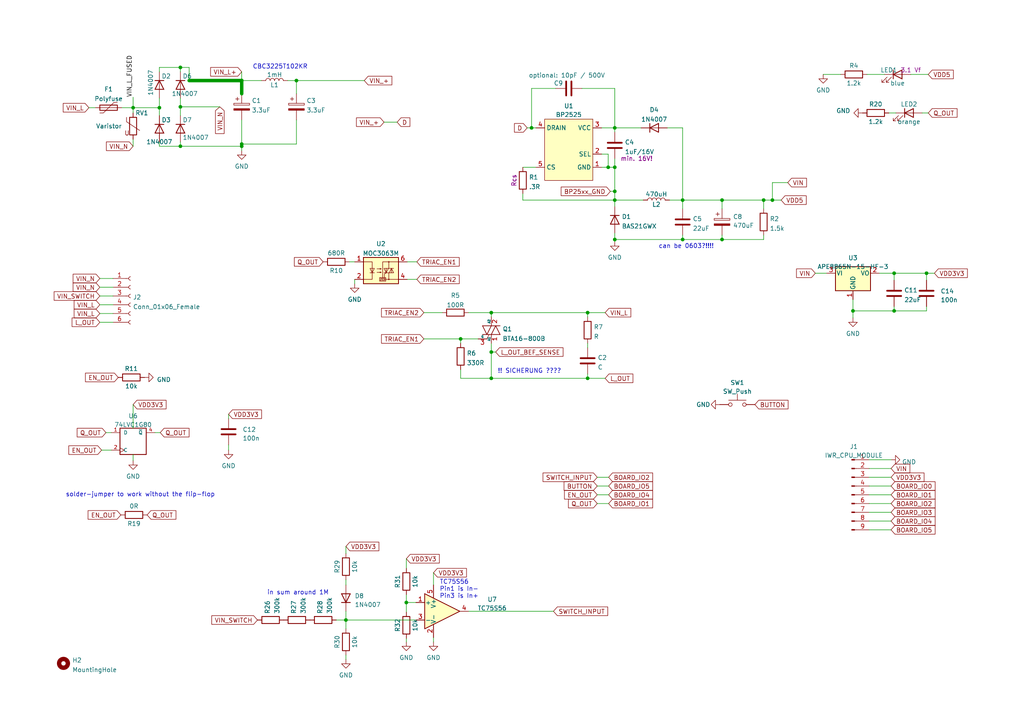
<source format=kicad_sch>
(kicad_sch (version 20220622) (generator eeschema)
  (paper "A4")
  (lib_symbols
    (symbol "74xGxx:74LVC1G80" (pin_names (offset 1.016))
      (property "Reference" "U" (at -2.54 5.08 0))
      (property "Value" "74LVC1G80" (at 0 -5.08 0))
      (symbol "74LVC1G80_1_1"
        (pin input line (at -6.35 2.54 0) (length 2.54) (name "D") (number "1"))
        (pin input clock (at -6.35 -2.54 0) (length 2.54) (name "C") (number "2"))
        (pin power_in line (at 0 -3.81 270) (length 0) hide (name "GND") (number "3"))
        (pin output line (at 6.35 2.54 180) (length 2.54) (name "~{Q}") (number "4"))
        (pin power_in line (at 0 3.81 90) (length 0) hide (name "VCC") (number "5"))
      )
    )
    (symbol "Amplifier_Operational:MCP6L01Ux-xOT" (pin_names (offset 0.127))
      (property "Reference" "U" (at 0 7.62 0))
      (property "Value" "MCP6L01Ux-xOT" (at 0 5.08 0))
      (symbol "MCP6L01Ux-xOT_1_1"
        (pin input line (at -7.62 2.54 0) (length 2.54) (name "+") (number "1"))
        (pin power_in line (at -2.54 -7.62 90) (length 3.81) (name "V-") (number "2"))
        (pin input line (at -7.62 -2.54 0) (length 2.54) (name "-") (number "3"))
        (pin output line (at 7.62 0 180) (length 2.54) (name "~") (number "4"))
        (pin power_in line (at -2.54 7.62 270) (length 3.81) (name "V+") (number "5"))
      )
    )
    (symbol "Connector:Conn_01x06_Female" (pin_names (offset 1.016) hide)
      (property "Reference" "J" (at 0 7.62 0))
      (property "Value" "Conn_01x06_Female" (at 0 -10.16 0))
      (symbol "Conn_01x06_Female_1_1"
        (pin passive line (at -5.08 5.08 0) (length 3.81) (name "Pin_1") (number "1"))
        (pin passive line (at -5.08 2.54 0) (length 3.81) (name "Pin_2") (number "2"))
        (pin passive line (at -5.08 0 0) (length 3.81) (name "Pin_3") (number "3"))
        (pin passive line (at -5.08 -2.54 0) (length 3.81) (name "Pin_4") (number "4"))
        (pin passive line (at -5.08 -5.08 0) (length 3.81) (name "Pin_5") (number "5"))
        (pin passive line (at -5.08 -7.62 0) (length 3.81) (name "Pin_6") (number "6"))
      )
    )
    (symbol "Connector:Conn_01x09_Male" (pin_names (offset 1.016) hide)
      (property "Reference" "J" (at 0 12.7 0))
      (property "Value" "Conn_01x09_Male" (at 0 -12.7 0))
      (symbol "Conn_01x09_Male_1_1"
        (pin passive line (at 5.08 10.16 180) (length 3.81) (name "Pin_1") (number "1"))
        (pin passive line (at 5.08 7.62 180) (length 3.81) (name "Pin_2") (number "2"))
        (pin passive line (at 5.08 5.08 180) (length 3.81) (name "Pin_3") (number "3"))
        (pin passive line (at 5.08 2.54 180) (length 3.81) (name "Pin_4") (number "4"))
        (pin passive line (at 5.08 0 180) (length 3.81) (name "Pin_5") (number "5"))
        (pin passive line (at 5.08 -2.54 180) (length 3.81) (name "Pin_6") (number "6"))
        (pin passive line (at 5.08 -5.08 180) (length 3.81) (name "Pin_7") (number "7"))
        (pin passive line (at 5.08 -7.62 180) (length 3.81) (name "Pin_8") (number "8"))
        (pin passive line (at 5.08 -10.16 180) (length 3.81) (name "Pin_9") (number "9"))
      )
    )
    (symbol "Device:C" (pin_numbers hide) (pin_names (offset 0.254))
      (property "Reference" "C" (at 0.635 2.54 0))
      (property "Value" "C" (at 0.635 -2.54 0))
      (symbol "C_1_1"
        (pin passive line (at 0 3.81 270) (length 2.794) (name "~") (number "1"))
        (pin passive line (at 0 -3.81 90) (length 2.794) (name "~") (number "2"))
      )
    )
    (symbol "Device:C_Polarized" (pin_numbers hide) (pin_names (offset 0.254))
      (property "Reference" "C" (at 0.635 2.54 0))
      (property "Value" "C_Polarized" (at 0.635 -2.54 0))
      (symbol "C_Polarized_1_1"
        (pin passive line (at 0 3.81 270) (length 2.794) (name "~") (number "1"))
        (pin passive line (at 0 -3.81 90) (length 2.794) (name "~") (number "2"))
      )
    )
    (symbol "Device:D" (pin_numbers hide) (pin_names (offset 1.016) hide)
      (property "Reference" "D" (at 0 2.54 0))
      (property "Value" "D" (at 0 -2.54 0))
      (symbol "D_1_1"
        (pin passive line (at -3.81 0 0) (length 2.54) (name "K") (number "1"))
        (pin passive line (at 3.81 0 180) (length 2.54) (name "A") (number "2"))
      )
    )
    (symbol "Device:L" (pin_numbers hide) (pin_names (offset 1.016) hide)
      (property "Reference" "L" (at -1.27 0 90))
      (property "Value" "L" (at 1.905 0 90))
      (symbol "L_1_1"
        (pin passive line (at 0 3.81 270) (length 1.27) (name "1") (number "1"))
        (pin passive line (at 0 -3.81 90) (length 1.27) (name "2") (number "2"))
      )
    )
    (symbol "Device:LED" (pin_numbers hide) (pin_names (offset 1.016) hide)
      (property "Reference" "D" (at 0 2.54 0))
      (property "Value" "LED" (at 0 -2.54 0))
      (symbol "LED_1_1"
        (pin passive line (at -3.81 0 0) (length 2.54) (name "K") (number "1"))
        (pin passive line (at 3.81 0 180) (length 2.54) (name "A") (number "2"))
      )
    )
    (symbol "Device:Polyfuse" (pin_numbers hide) (pin_names (offset 0))
      (property "Reference" "F" (at -2.54 0 90))
      (property "Value" "Polyfuse" (at 2.54 0 90))
      (symbol "Polyfuse_1_1"
        (pin passive line (at 0 3.81 270) (length 1.27) (name "~") (number "1"))
        (pin passive line (at 0 -3.81 90) (length 1.27) (name "~") (number "2"))
      )
    )
    (symbol "Device:R" (pin_numbers hide) (pin_names (offset 0))
      (property "Reference" "R" (at 2.032 0 90))
      (property "Value" "R" (at 0 0 90))
      (symbol "R_1_1"
        (pin passive line (at 0 3.81 270) (length 1.27) (name "~") (number "1"))
        (pin passive line (at 0 -3.81 90) (length 1.27) (name "~") (number "2"))
      )
    )
    (symbol "Device:Varistor" (pin_numbers hide) (pin_names (offset 0))
      (property "Reference" "RV" (at 3.175 0 90))
      (property "Value" "Varistor" (at -3.175 0 90))
      (symbol "Varistor_0_0"
        (text "U" (at -1.778 -2.032 0) (effects (font (size 1.27 1.27))))
      )
      (symbol "Varistor_1_1"
        (pin passive line (at 0 3.81 270) (length 1.27) (name "~") (number "1"))
        (pin passive line (at 0 -3.81 90) (length 1.27) (name "~") (number "2"))
      )
    )
    (symbol "Diode:1N4007" (pin_numbers hide) (pin_names (offset 1.016) hide)
      (property "Reference" "D" (at 0 2.54 0))
      (property "Value" "1N4007" (at 0 -2.54 0))
      (symbol "1N4007_1_1"
        (pin passive line (at -3.81 0 0) (length 2.54) (name "K") (number "1"))
        (pin passive line (at 3.81 0 180) (length 2.54) (name "A") (number "2"))
      )
    )
    (symbol "Mechanical:MountingHole" (pin_names (offset 1.016))
      (property "Reference" "H" (at 0 5.08 0))
      (property "Value" "MountingHole" (at 0 3.175 0))
    )
    (symbol "Regulator_Linear:APE8865N-15-HF-3" (pin_names (offset 0.254))
      (property "Reference" "U" (at -3.81 3.175 0))
      (property "Value" "APE8865N-15-HF-3" (at 0 3.175 0))
      (symbol "APE8865N-15-HF-3_1_1"
        (pin power_in line (at 0 -7.62 90) (length 2.54) (name "GND") (number "1"))
        (pin power_out line (at 7.62 0 180) (length 2.54) (name "VO") (number "2"))
        (pin power_in line (at -7.62 0 0) (length 2.54) (name "VI") (number "3"))
      )
    )
    (symbol "Relay_SolidState:MOC3063M"
      (property "Reference" "U" (at -5.08 5.08 0))
      (property "Value" "MOC3063M" (at 0 5.08 0))
      (symbol "MOC3063M_0_0"
        (text "ZCD" (at 0.508 -2.54 0) (effects (font (size 0.508 0.508))))
      )
      (symbol "MOC3063M_1_1"
        (pin passive line (at -7.62 2.54 0) (length 2.54) (name "~") (number "1"))
        (pin passive line (at -7.62 -2.54 0) (length 2.54) (name "~") (number "2"))
        (pin no_connect line (at -5.08 0 0) (length 2.54) hide (name "NC") (number "3"))
        (pin passive line (at 7.62 -2.54 180) (length 2.54) (name "~") (number "4"))
        (pin no_connect line (at 5.08 0 180) (length 2.54) hide (name "NC") (number "5"))
        (pin passive line (at 7.62 2.54 180) (length 2.54) (name "~") (number "6"))
      )
    )
    (symbol "Sensor:BL0937"
      (property "Reference" "U" (at 2.54 -10.16 0))
      (property "Value" "BL0937" (at 5.08 -7.62 0))
      (symbol "BL0937_1_1"
        (pin power_in line (at 0 7.62 270) (length 2.54) (name "VDD") (number "1"))
        (pin input line (at -10.16 2.54 0) (length 2.54) (name "IP") (number "2"))
        (pin input line (at -10.16 0 0) (length 2.54) (name "IN") (number "3"))
        (pin input line (at -10.16 -2.54 0) (length 2.54) (name "VP") (number "4"))
        (pin power_in line (at 0 -7.62 90) (length 2.54) (name "GND") (number "5"))
        (pin output line (at 10.16 2.54 180) (length 2.54) (name "CF") (number "6"))
        (pin output line (at 10.16 0 180) (length 2.54) (name "CF1") (number "7"))
        (pin input line (at 10.16 -2.54 180) (length 2.54) (name "SEL") (number "8"))
      )
    )
    (symbol "Switch:SW_Push" (pin_numbers hide) (pin_names (offset 1.016) hide)
      (property "Reference" "SW" (at 1.27 2.54 0))
      (property "Value" "SW_Push" (at 0 -1.524 0))
      (symbol "SW_Push_0_1"
        (pin passive line (at -5.08 0 0) (length 2.54) (name "1") (number "1"))
        (pin passive line (at 5.08 0 180) (length 2.54) (name "2") (number "2"))
      )
    )
    (symbol "Triac_Thyristor:BTA16-800B" (pin_names (offset 0))
      (property "Reference" "Q" (at 5.08 1.905 0))
      (property "Value" "BTA16-800B" (at 5.08 0 0))
      (symbol "BTA16-800B_1_1"
        (pin passive line (at 0 -3.81 90) (length 2.54) (name "A1") (number "1"))
        (pin passive line (at 0 3.81 270) (length 2.54) (name "A2") (number "2"))
        (pin input line (at -3.81 -2.54 0) (length 2.54) (name "G") (number "3"))
      )
    )
    (symbol "my-stuff:BP2525"
      (property "Reference" "U" (at 3.81 5.08 0))
      (property "Value" "BP2525" (at 10.16 2.54 0))
      (symbol "BP2525_1_1"
        (pin power_in line (at 0 0 0) (length 2.54) (name "GND") (number "1"))
        (pin input line (at 0 -3.81 0) (length 2.54) (name "SEL") (number "2"))
        (pin power_in line (at 0 -11.43 0) (length 2.54) (name "VCC") (number "3"))
        (pin power_in line (at 19.05 -11.43 180) (length 2.54) (name "DRAIN") (number "4"))
        (pin power_in line (at 19.05 0 180) (length 2.54) (name "CS") (number "5"))
      )
    )
    (symbol "power:GND" (power) (pin_names (offset 0))
      (property "Value" "GND" (at 0 -3.81 0))
      (symbol "GND_1_1"
        (pin power_in line (at 0 0 270) (length 0) hide (name "GND") (number "1"))
      )
    )
  )
  (junction (at 197.993 58.039))
  (junction (at 52.324 19.558))
  (junction (at 224.028 58.039))
  (junction (at 52.324 30.988))
  (junction (at 247.396 90.17))
  (junction (at 259.334 79.248))
  (junction (at 100.33 179.832))
  (junction (at 209.423 69.469))
  (junction (at 38.608 31.242))
  (junction (at 197.993 69.469))
  (junction (at 170.434 109.728))
  (junction (at 85.979 23.368))
  (junction (at 259.334 90.17))
  (junction (at 142.494 102.108))
  (junction (at 209.423 58.039))
  (junction (at 114.046 253.746))
  (junction (at 70.104 23.368))
  (junction (at 142.494 90.678))
  (junction (at 268.732 79.248))
  (junction (at 110.236 263.906))
  (junction (at 117.856 174.752))
  (junction (at 178.308 58.039))
  (junction (at 198.882 250.19))
  (junction (at 70.104 41.783))
  (junction (at 178.562 250.19))
  (junction (at 176.403 48.514))
  (junction (at 170.434 90.678))
  (junction (at 52.324 42.418))
  (junction (at 70.104 42.418))
  (junction (at 142.494 109.728))
  (junction (at 178.308 69.469))
  (junction (at 107.696 253.746))
  (junction (at 188.722 250.19))
  (junction (at 178.308 48.514))
  (junction (at 178.308 37.084))
  (junction (at 221.488 58.039))
  (junction (at 133.604 98.298))
  (junction (at 178.308 55.499))
  (junction (at 46.228 31.242))
  (junction (at 154.178 37.084))
  (wire (pts (xy 187.452 250.19) (xy 188.722 250.19)))
  (wire (pts (xy 46.228 20.828) (xy 46.228 19.558)))
  (wire (pts (xy 52.324 41.148) (xy 52.324 42.418)))
  (wire (pts (xy 168.783 25.654) (xy 178.308 25.654)))
  (wire (pts (xy 107.696 263.906) (xy 110.236 263.906)))
  (wire (pts (xy 70.104 34.798) (xy 70.104 41.783)))
  (wire (pts (xy 178.562 250.19) (xy 179.832 250.19)))
  (wire (pts (xy 117.856 174.752) (xy 117.856 177.546)))
  (wire (pts (xy 46.228 41.148) (xy 46.228 42.418)))
  (wire (pts (xy 122.936 90.678) (xy 128.27 90.678)))
  (wire (pts (xy 46.228 19.558) (xy 52.324 19.558)))
  (wire (pts (xy 38.608 40.386) (xy 38.608 42.418)))
  (wire (pts (xy 25.781 31.242) (xy 27.686 31.242)))
  (wire (pts (xy 123.952 239.014) (xy 123.952 240.538)))
  (wire (pts (xy 52.324 19.558) (xy 54.864 19.558)))
  (wire (pts (xy 70.104 23.368) (xy 70.104 27.178)) (stroke (width 1)))
  (wire (pts (xy 107.696 253.746) (xy 107.696 255.016)))
  (wire (pts (xy 122.936 251.206) (xy 125.476 251.206)))
  (wire (pts (xy 85.979 41.783) (xy 70.104 41.783)))
  (wire (pts (xy 174.498 48.514) (xy 176.403 48.514)))
  (wire (pts (xy 142.494 109.728) (xy 170.434 109.728)))
  (wire (pts (xy 30.734 125.476) (xy 32.258 125.476)))
  (wire (pts (xy 54.864 19.558) (xy 54.864 23.368)))
  (wire (pts (xy 178.308 58.039) (xy 186.563 58.039)))
  (wire (pts (xy 170.434 90.678) (xy 170.434 91.948)))
  (wire (pts (xy 178.308 25.654) (xy 178.308 37.084)))
  (wire (pts (xy 197.993 58.039) (xy 209.423 58.039)))
  (wire (pts (xy 38.608 31.242) (xy 46.228 31.242)))
  (wire (pts (xy 178.308 48.514) (xy 178.308 55.499)))
  (wire (pts (xy 177.038 55.499) (xy 178.308 55.499)))
  (wire (pts (xy 238.76 21.59) (xy 243.84 21.59)))
  (wire (pts (xy 252.095 133.35) (xy 258.445 133.35)))
  (wire (pts (xy 197.993 58.039) (xy 197.993 60.579)))
  (wire (pts (xy 188.722 250.19) (xy 189.992 250.19)))
  (wire (pts (xy 44.958 125.476) (xy 46.482 125.476)))
  (wire (pts (xy 120.65 174.752) (xy 117.856 174.752)))
  (wire (pts (xy 252.095 151.13) (xy 258.445 151.13)))
  (wire (pts (xy 178.308 69.469) (xy 197.993 69.469)))
  (wire (pts (xy 145.796 251.206) (xy 148.336 251.206)))
  (wire (pts (xy 117.856 162.052) (xy 117.856 164.846)))
  (wire (pts (xy 52.324 30.988) (xy 52.324 33.528)))
  (wire (pts (xy 46.228 42.418) (xy 52.324 42.418)))
  (wire (pts (xy 173.228 146.05) (xy 176.53 146.05)))
  (wire (pts (xy 268.732 79.248) (xy 268.732 81.28)))
  (wire (pts (xy 251.46 21.59) (xy 256.54 21.59)))
  (wire (pts (xy 38.608 131.826) (xy 38.608 133.604)))
  (wire (pts (xy 100.33 189.992) (xy 100.33 191.262)))
  (wire (pts (xy 123.952 230.124) (xy 123.952 231.394)))
  (wire (pts (xy 259.334 90.17) (xy 247.396 90.17)))
  (wire (pts (xy 117.856 185.166) (xy 117.856 186.182)))
  (wire (pts (xy 247.396 90.17) (xy 247.396 92.202)))
  (wire (pts (xy 83.439 23.368) (xy 85.979 23.368)))
  (wire (pts (xy 170.434 99.568) (xy 170.434 100.838)))
  (wire (pts (xy 255.016 79.248) (xy 259.334 79.248)))
  (wire (pts (xy 224.028 58.039) (xy 226.568 58.039)))
  (wire (pts (xy 178.308 37.084) (xy 178.308 38.354)))
  (wire (pts (xy 151.638 58.039) (xy 151.638 56.134)))
  (wire (pts (xy 252.095 148.59) (xy 258.445 148.59)))
  (wire (pts (xy 120.65 179.832) (xy 100.33 179.832)))
  (wire (pts (xy 269.24 32.766) (xy 267.462 32.766)))
  (wire (pts (xy 110.236 263.906) (xy 110.236 265.176)))
  (wire (pts (xy 114.046 262.636) (xy 114.046 263.906)))
  (wire (pts (xy 197.993 37.084) (xy 197.993 58.039)))
  (wire (pts (xy 259.334 79.248) (xy 268.732 79.248)))
  (wire (pts (xy 117.856 172.466) (xy 117.856 174.752)))
  (wire (pts (xy 221.488 60.579) (xy 221.488 58.039)))
  (wire (pts (xy 209.423 68.199) (xy 209.423 69.469)))
  (wire (pts (xy 178.562 245.11) (xy 182.372 245.11)))
  (wire (pts (xy 28.956 93.472) (xy 32.766 93.472)))
  (wire (pts (xy 28.956 83.312) (xy 32.766 83.312)))
  (wire (pts (xy 259.334 90.17) (xy 268.732 90.17)))
  (wire (pts (xy 209.423 69.469) (xy 221.488 69.469)))
  (wire (pts (xy 38.608 31.242) (xy 38.608 28.194)))
  (wire (pts (xy 52.324 28.448) (xy 52.324 30.988)))
  (wire (pts (xy 173.228 138.43) (xy 176.53 138.43)))
  (wire (pts (xy 100.33 177.292) (xy 100.33 179.832)))
  (wire (pts (xy 114.046 253.746) (xy 125.476 253.746)))
  (wire (pts (xy 133.604 107.188) (xy 133.604 109.728)))
  (wire (pts (xy 178.562 250.19) (xy 178.562 251.46)))
  (wire (pts (xy 107.696 253.746) (xy 114.046 253.746)))
  (wire (pts (xy 193.548 37.084) (xy 197.993 37.084)))
  (wire (pts (xy 54.864 23.368) (xy 70.104 23.368)) (stroke (width 1)))
  (wire (pts (xy 259.334 88.9) (xy 259.334 90.17)))
  (wire (pts (xy 197.993 69.469) (xy 209.423 69.469)))
  (wire (pts (xy 100.33 168.148) (xy 100.33 169.672)))
  (wire (pts (xy 66.294 129.032) (xy 66.294 130.556)))
  (wire (pts (xy 28.956 80.772) (xy 32.766 80.772)))
  (wire (pts (xy 198.882 250.19) (xy 198.882 251.46)))
  (wire (pts (xy 118.11 75.946) (xy 120.904 75.946)))
  (wire (pts (xy 174.498 37.084) (xy 178.308 37.084)))
  (wire (pts (xy 188.722 250.19) (xy 188.722 252.73)))
  (wire (pts (xy 228.473 52.959) (xy 224.028 52.959)))
  (wire (pts (xy 209.423 58.039) (xy 221.488 58.039)))
  (wire (pts (xy 259.334 81.28) (xy 259.334 79.248)))
  (wire (pts (xy 122.936 98.298) (xy 133.604 98.298)))
  (wire (pts (xy 114.046 253.746) (xy 114.046 255.016)))
  (wire (pts (xy 252.095 135.89) (xy 258.445 135.89)))
  (wire (pts (xy 135.89 90.678) (xy 142.494 90.678)))
  (wire (pts (xy 111.379 35.433) (xy 115.189 35.433)))
  (wire (pts (xy 142.494 90.678) (xy 170.434 90.678)))
  (wire (pts (xy 133.604 98.298) (xy 138.684 98.298)))
  (wire (pts (xy 145.796 253.746) (xy 148.336 253.746)))
  (wire (pts (xy 97.536 179.832) (xy 100.33 179.832)))
  (wire (pts (xy 133.604 98.298) (xy 133.604 99.568)))
  (wire (pts (xy 178.308 45.974) (xy 178.308 48.514)))
  (wire (pts (xy 154.178 37.084) (xy 155.448 37.084)))
  (wire (pts (xy 70.104 42.418) (xy 70.104 43.688)))
  (wire (pts (xy 118.11 81.026) (xy 120.904 81.026)))
  (wire (pts (xy 198.882 250.19) (xy 198.882 245.11)))
  (wire (pts (xy 102.87 81.026) (xy 102.87 82.296)))
  (wire (pts (xy 174.498 44.704) (xy 176.403 44.704)))
  (wire (pts (xy 252.095 138.43) (xy 258.445 138.43)))
  (wire (pts (xy 252.095 143.51) (xy 258.445 143.51)))
  (wire (pts (xy 178.308 58.039) (xy 151.638 58.039)))
  (wire (pts (xy 100.33 158.496) (xy 100.33 160.528)))
  (wire (pts (xy 173.228 140.97) (xy 176.53 140.97)))
  (wire (pts (xy 46.228 28.448) (xy 46.228 31.242)))
  (wire (pts (xy 38.608 117.348) (xy 38.608 124.206)))
  (wire (pts (xy 236.474 79.248) (xy 239.776 79.248)))
  (wire (pts (xy 63.754 30.988) (xy 52.324 30.988)))
  (wire (pts (xy 107.696 262.636) (xy 107.696 263.906)))
  (wire (pts (xy 85.979 23.368) (xy 105.664 23.368)))
  (wire (pts (xy 247.396 90.17) (xy 247.396 86.868)))
  (wire (pts (xy 66.294 120.142) (xy 66.294 121.412)))
  (wire (pts (xy 28.956 90.932) (xy 32.766 90.932)))
  (wire (pts (xy 35.306 31.242) (xy 38.608 31.242)))
  (wire (pts (xy 173.228 143.51) (xy 176.53 143.51)))
  (wire (pts (xy 28.956 85.852) (xy 32.766 85.852)))
  (wire (pts (xy 268.732 79.248) (xy 271.018 79.248)))
  (wire (pts (xy 221.488 58.039) (xy 224.028 58.039)))
  (wire (pts (xy 194.183 58.039) (xy 197.993 58.039)))
  (wire (pts (xy 170.434 108.458) (xy 170.434 109.728)))
  (wire (pts (xy 178.308 67.564) (xy 178.308 69.469)))
  (wire (pts (xy 38.608 31.242) (xy 38.608 32.766)))
  (wire (pts (xy 252.095 146.05) (xy 258.445 146.05)))
  (wire (pts (xy 70.104 41.783) (xy 70.104 42.418)))
  (wire (pts (xy 264.16 21.59) (xy 269.24 21.59)))
  (wire (pts (xy 125.73 184.912) (xy 125.73 186.182)))
  (wire (pts (xy 142.494 102.108) (xy 142.494 109.728)))
  (wire (pts (xy 52.324 42.418) (xy 70.104 42.418)))
  (wire (pts (xy 151.638 48.514) (xy 155.448 48.514)))
  (wire (pts (xy 221.488 68.199) (xy 221.488 69.469)))
  (wire (pts (xy 70.104 20.828) (xy 70.104 23.368)))
  (wire (pts (xy 145.796 248.666) (xy 148.336 248.666)))
  (wire (pts (xy 176.403 48.514) (xy 178.308 48.514)))
  (wire (pts (xy 125.73 166.116) (xy 125.73 169.672)))
  (wire (pts (xy 176.403 44.704) (xy 176.403 48.514)))
  (wire (pts (xy 152.908 37.084) (xy 154.178 37.084)))
  (wire (pts (xy 197.993 68.199) (xy 197.993 69.469)))
  (wire (pts (xy 100.838 253.746) (xy 107.696 253.746)))
  (wire (pts (xy 154.178 25.654) (xy 154.178 37.084)))
  (wire (pts (xy 178.308 69.469) (xy 178.308 70.104)))
  (wire (pts (xy 268.732 88.9) (xy 268.732 90.17)))
  (wire (pts (xy 85.979 34.798) (xy 85.979 41.783)))
  (wire (pts (xy 178.308 37.084) (xy 185.928 37.084)))
  (wire (pts (xy 52.324 20.828) (xy 52.324 19.558)))
  (wire (pts (xy 161.163 25.654) (xy 154.178 25.654)))
  (wire (pts (xy 133.604 109.728) (xy 142.494 109.728)))
  (wire (pts (xy 209.423 60.579) (xy 209.423 58.039)))
  (wire (pts (xy 135.636 258.826) (xy 135.636 260.096)))
  (wire (pts (xy 85.979 23.368) (xy 85.979 27.178)))
  (wire (pts (xy 142.494 90.678) (xy 142.494 91.948)))
  (wire (pts (xy 178.308 55.499) (xy 178.308 58.039)))
  (wire (pts (xy 259.842 32.766) (xy 257.81 32.766)))
  (wire (pts (xy 29.464 130.556) (xy 32.258 130.556)))
  (wire (pts (xy 110.236 263.906) (xy 114.046 263.906)))
  (wire (pts (xy 170.434 109.728) (xy 175.514 109.728)))
  (wire (pts (xy 178.562 245.11) (xy 178.562 250.19)))
  (wire (pts (xy 178.308 58.039) (xy 178.308 59.944)))
  (wire (pts (xy 135.636 238.506) (xy 135.636 243.586)))
  (wire (pts (xy 142.494 102.108) (xy 143.764 102.108)))
  (wire (pts (xy 135.89 177.292) (xy 160.528 177.292)))
  (wire (pts (xy 142.494 99.568) (xy 142.494 102.108)))
  (wire (pts (xy 70.104 23.368) (xy 75.819 23.368)))
  (wire (pts (xy 252.095 140.97) (xy 258.445 140.97)))
  (wire (pts (xy 46.228 31.242) (xy 46.228 33.528)))
  (wire (pts (xy 100.33 179.832) (xy 100.33 182.372)))
  (wire (pts (xy 197.612 250.19) (xy 198.882 250.19)))
  (wire (pts (xy 170.434 90.678) (xy 175.514 90.678)))
  (wire (pts (xy 28.956 88.392) (xy 32.766 88.392)))
  (wire (pts (xy 198.882 245.11) (xy 195.072 245.11)))
  (wire (pts (xy 252.095 153.67) (xy 258.445 153.67)))
  (wire (pts (xy 101.346 75.946) (xy 102.87 75.946)))
  (wire (pts (xy 122.936 248.666) (xy 125.476 248.666)))
  (wire (pts (xy 224.028 52.959) (xy 224.028 58.039)))
  (text "TC75S56\nPin1 is In-\nPin3 is In+" (at 127.508 173.736 0) (effects (font (size 1.27 1.27)) (justify left bottom)))
  (text "!! SICHERUNG ????" (at 162.814 108.458 0) (effects (font (size 1.27 1.27)) (justify right bottom)))
  (text "CBC3225T102KR" (at 73.279 20.193 0) (effects (font (size 1.27 1.27)) (justify left bottom)))
  (text "can be 0603?!!!!\n" (at 191.008 72.263 0) (effects (font (size 1.27 1.27)) (justify left bottom)))
  (text "solder-jumper to work without the flip-flop\n" (at 19.05 144.272 0) (effects (font (size 1.27 1.27)) (justify left bottom)))
  (text "in sum around 1M\n" (at 77.47 172.72 0) (effects (font (size 1.27 1.27)) (justify left bottom)))
  (label "VIN_L_FUSED" (at 38.608 28.194 90))
  (global_label "BOARD_IO2" (shape input) (at 176.53 138.43 0) (property "Intersheetrefs" "${INTERSHEET_REFS}" (effects hide)))
  (global_label "D" (shape input) (at 152.908 37.084 180) (property "Intersheet References" "${INTERSHEET_REFS}" (effects hide)))
  (global_label "VIN_L" (shape input) (at 28.956 90.932 180) (property "Intersheet References" "${INTERSHEET_REFS}" (effects hide)))
  (global_label "SWITCH_INPUT" (shape input) (at 173.228 138.43 180) (property "Intersheetrefs" "${INTERSHEET_REFS}" (effects hide)))
  (global_label "BL0937_CF" (shape input) (at 148.336 248.666 0) (property "Intersheet References" "${INTERSHEET_REFS}" (effects hide)))
  (global_label "VDD3V3" (shape input) (at 258.445 138.43 0) (property "Intersheetrefs" "${INTERSHEET_REFS}" (effects hide)))
  (global_label "VIN_L+" (shape input) (at 70.104 20.828 180) (property "Intersheet References" "${INTERSHEET_REFS}" (effects hide)))
  (global_label "VDD3V3" (shape input) (at 125.73 166.116 0) (property "Intersheetrefs" "${INTERSHEET_REFS}" (effects hide)))
  (global_label "VIN" (shape input) (at 236.474 79.248 180) (property "Intersheetrefs" "${INTERSHEET_REFS}" (effects hide)))
  (global_label "VDD5" (shape input) (at 226.568 58.039 0) (property "Intersheet References" "${INTERSHEET_REFS}" (effects hide)))
  (global_label "VIN_SWITCH" (shape input) (at 74.676 179.832 180) (property "Intersheet References" "${INTERSHEET_REFS}" (effects hide)))
  (global_label "L_OUT" (shape input) (at 28.956 93.472 180) (property "Intersheet References" "${INTERSHEET_REFS}" (effects hide)))
  (global_label "BL0937B_IN_N" (shape input) (at 122.936 251.206 180) (property "Intersheet References" "${INTERSHEET_REFS}" (effects hide)))
  (global_label "BOARD_IO5" (shape input) (at 258.445 153.67 0) (property "Intersheetrefs" "${INTERSHEET_REFS}" (effects hide)))
  (global_label "Q_OUT" (shape input) (at 173.228 146.05 180) (property "Intersheetrefs" "${INTERSHEET_REFS}" (effects hide)))
  (global_label "BL0937B_IN_P" (shape input) (at 122.936 248.666 180) (property "Intersheet References" "${INTERSHEET_REFS}" (effects hide)))
  (global_label "EN_OUT" (shape input) (at 29.464 130.556 180) (property "Intersheet References" "${INTERSHEET_REFS}" (effects hide)))
  (global_label "VIN_N" (shape input) (at 28.956 83.312 180) (property "Intersheet References" "${INTERSHEET_REFS}" (effects hide)))
  (global_label "SWITCH_INPUT" (shape input) (at 160.528 177.292 0) (property "Intersheetrefs" "${INTERSHEET_REFS}" (effects hide)))
  (global_label "TRIAC_EN2" (shape input) (at 120.904 81.026 0) (property "Intersheet References" "${INTERSHEET_REFS}" (effects hide)))
  (global_label "VIN" (shape input) (at 228.473 52.959 0) (property "Intersheetrefs" "${INTERSHEET_REFS}" (effects hide)))
  (global_label "VDD5" (shape input) (at 269.24 21.59 0) (property "Intersheet References" "${INTERSHEET_REFS}" (effects hide)))
  (global_label "VDD3V3" (shape input) (at 66.294 120.142 0) (property "Intersheet References" "${INTERSHEET_REFS}" (effects hide)))
  (global_label "VIN_+" (shape input) (at 111.379 35.433 180) (property "Intersheet References" "${INTERSHEET_REFS}" (effects hide)))
  (global_label "L_OUT" (shape input) (at 175.514 109.728 0) (property "Intersheet References" "${INTERSHEET_REFS}" (effects hide)))
  (global_label "EN_OUT" (shape input) (at 34.29 109.474 180) (property "Intersheet References" "${INTERSHEET_REFS}" (effects hide)))
  (global_label "BOARD_IO4" (shape input) (at 258.445 151.13 0) (property "Intersheetrefs" "${INTERSHEET_REFS}" (effects hide)))
  (global_label "BOARD_IO2" (shape input) (at 258.445 146.05 0) (property "Intersheetrefs" "${INTERSHEET_REFS}" (effects hide)))
  (global_label "VIN_N" (shape input) (at 63.754 30.988 270) (property "Intersheet References" "${INTERSHEET_REFS}" (effects hide)))
  (global_label "TRIAC_EN2" (shape input) (at 122.936 90.678 180) (property "Intersheet References" "${INTERSHEET_REFS}" (effects hide)))
  (global_label "VDD3V3" (shape input) (at 271.018 79.248 0) (property "Intersheetrefs" "${INTERSHEET_REFS}" (effects hide)))
  (global_label "Q_OUT" (shape input) (at 42.672 149.352 0) (property "Intersheetrefs" "${INTERSHEET_REFS}" (effects hide)))
  (global_label "BOARD_IO1" (shape input) (at 258.445 143.51 0) (property "Intersheetrefs" "${INTERSHEET_REFS}" (effects hide)))
  (global_label "Q_OUT" (shape input) (at 269.24 32.766 0) (property "Intersheetrefs" "${INTERSHEET_REFS}" (effects hide)))
  (global_label "EN_OUT" (shape input) (at 173.228 143.51 180) (property "Intersheet References" "${INTERSHEET_REFS}" (effects hide)))
  (global_label "BL0937_CF1" (shape input) (at 148.336 251.206 0) (property "Intersheet References" "${INTERSHEET_REFS}" (effects hide)))
  (global_label "D" (shape input) (at 115.189 35.433 0) (property "Intersheet References" "${INTERSHEET_REFS}" (effects hide)))
  (global_label "BOARD_IO5" (shape input) (at 176.53 140.97 0) (property "Intersheetrefs" "${INTERSHEET_REFS}" (effects hide)))
  (global_label "VDD3V3" (shape input) (at 100.33 158.496 0) (property "Intersheetrefs" "${INTERSHEET_REFS}" (effects hide)))
  (global_label "VDD3V3" (shape input) (at 123.952 230.124 0) (property "Intersheet References" "${INTERSHEET_REFS}" (effects hide)))
  (global_label "VIN_L" (shape input) (at 175.514 90.678 0) (property "Intersheet References" "${INTERSHEET_REFS}" (effects hide)))
  (global_label "VIN_+" (shape input) (at 105.664 23.368 0) (property "Intersheet References" "${INTERSHEET_REFS}" (effects hide)))
  (global_label "VIN_N" (shape input) (at 38.608 42.418 180) (property "Intersheet References" "${INTERSHEET_REFS}" (effects hide)))
  (global_label "BL0937B_IN_P" (shape input) (at 178.562 251.46 270) (property "Intersheet References" "${INTERSHEET_REFS}" (effects hide)))
  (global_label "VIN" (shape input) (at 258.445 135.89 0) (property "Intersheetrefs" "${INTERSHEET_REFS}" (effects hide)))
  (global_label "Q_OUT" (shape input) (at 30.734 125.476 180) (property "Intersheetrefs" "${INTERSHEET_REFS}" (effects hide)))
  (global_label "VIN_L" (shape input) (at 25.781 31.242 180) (property "Intersheet References" "${INTERSHEET_REFS}" (effects hide)))
  (global_label "BL0937B_IN_N" (shape input) (at 198.882 251.46 270) (property "Intersheet References" "${INTERSHEET_REFS}" (effects hide)))
  (global_label "BOARD_IO1" (shape input) (at 176.53 146.05 0) (property "Intersheetrefs" "${INTERSHEET_REFS}" (effects hide)))
  (global_label "VIN_L" (shape input) (at 70.358 253.746 180) (property "Intersheet References" "${INTERSHEET_REFS}" (effects hide)))
  (global_label "VDD3V3" (shape input) (at 135.636 238.506 0) (property "Intersheet References" "${INTERSHEET_REFS}" (effects hide)))
  (global_label "BOARD_IO4" (shape input) (at 176.53 143.51 0) (property "Intersheetrefs" "${INTERSHEET_REFS}" (effects hide)))
  (global_label "BOARD_IO0" (shape input) (at 258.445 140.97 0) (property "Intersheetrefs" "${INTERSHEET_REFS}" (effects hide)))
  (global_label "TRIAC_EN1" (shape input) (at 122.936 98.298 180) (property "Intersheet References" "${INTERSHEET_REFS}" (effects hide)))
  (global_label "BP25xx_GND" (shape input) (at 177.038 55.499 180) (property "Intersheetrefs" "${INTERSHEET_REFS}" (effects hide)))
  (global_label "VDD3V3" (shape input) (at 38.608 117.348 0) (property "Intersheetrefs" "${INTERSHEET_REFS}" (effects hide)))
  (global_label "Q_OUT" (shape input) (at 93.726 75.946 180) (property "Intersheetrefs" "${INTERSHEET_REFS}" (effects hide)))
  (global_label "BOARD_IO3" (shape input) (at 258.445 148.59 0) (property "Intersheetrefs" "${INTERSHEET_REFS}" (effects hide)))
  (global_label "BUTTON" (shape input) (at 218.948 117.348 0) (property "Intersheetrefs" "${INTERSHEET_REFS}" (effects hide)))
  (global_label "L_OUT_BEF_SENSE" (shape input) (at 143.764 102.108 0) (property "Intersheet References" "${INTERSHEET_REFS}" (effects hide)))
  (global_label "VIN_SWITCH" (shape input) (at 28.956 85.852 180) (property "Intersheet References" "${INTERSHEET_REFS}" (effects hide)))
  (global_label "EN_OUT" (shape input) (at 35.052 149.352 180) (property "Intersheet References" "${INTERSHEET_REFS}" (effects hide)))
  (global_label "BUTTON" (shape input) (at 173.228 140.97 180) (property "Intersheetrefs" "${INTERSHEET_REFS}" (effects hide)))
  (global_label "TRIAC_EN1" (shape input) (at 120.904 75.946 0) (property "Intersheet References" "${INTERSHEET_REFS}" (effects hide)))
  (global_label "VDD3V3" (shape input) (at 117.856 162.052 0) (property "Intersheetrefs" "${INTERSHEET_REFS}" (effects hide)))
  (global_label "VIN_N" (shape input) (at 28.956 80.772 180) (property "Intersheet References" "${INTERSHEET_REFS}" (effects hide)))
  (global_label "BL0937_SEL" (shape input) (at 148.336 253.746 0) (property "Intersheet References" "${INTERSHEET_REFS}" (effects hide)))
  (global_label "Q_OUT" (shape input) (at 46.482 125.476 0) (property "Intersheetrefs" "${INTERSHEET_REFS}" (effects hide)))
  (global_label "VIN_L" (shape input) (at 28.956 88.392 180) (property "Intersheet References" "${INTERSHEET_REFS}" (effects hide)))
  (symbol (lib_id "power:GND") (at 66.294 130.556 0) (unit 1)
    (default_instance (reference "U") (unit 1) (value "") (footprint ""))
    (property "Reference" "#PWR0116" (effects hide))
    (property "Value" "GND" (at 66.294 135.1185 0))
  )
  (symbol (lib_id "power:GND") (at 117.856 186.182 0) (unit 1)
    (default_instance (reference "U") (unit 1) (value "") (footprint ""))
    (property "Reference" "#PWR0120" (effects hide))
    (property "Value" "GND" (at 117.856 190.7445 0))
  )
  (symbol (lib_id "power:GND") (at 110.236 265.176 0) (unit 1)
    (default_instance (reference "U") (unit 1) (value "") (footprint ""))
    (property "Reference" "#PWR0109" (effects hide))
    (property "Value" "GND" (at 110.236 269.7385 0))
  )
  (symbol (lib_id "power:GND") (at 250.19 32.766 270) (unit 1)
    (default_instance (reference "U") (unit 1) (value "") (footprint ""))
    (property "Reference" "#PWR0117" (effects hide))
    (property "Value" "GND" (at 246.634 32.131 90) (effects (justify right)))
  )
  (symbol (lib_id "74xGxx:74LVC1G80") (at 38.608 128.016 0) (unit 1)
    (default_instance (reference "U") (unit 1) (value "") (footprint ""))
    (property "Reference" "U6" (at 38.608 120.65 0))
    (property "Value" "74LVC1G80" (at 38.608 123.19 0))
    (property "Footprint" "Package_TO_SOT_SMD:SOT-353_SC-70-5" (effects hide))
    (property "Datasheet" "http://www.ti.com/lit/sg/scyt129e/scyt129e.pdf" (effects hide))
  )
  (symbol (lib_id "my-stuff:BP2525") (at 174.498 48.514 180) (unit 1)
    (default_instance (reference "U") (unit 1) (value "") (footprint ""))
    (property "Reference" "U1" (at 164.973 30.734 0))
    (property "Value" "BP2525" (at 164.973 33.274 0))
    (property "Footprint" "my-stuff:sot33-5a" (effects hide))
  )
  (symbol (lib_id "Device:Varistor") (at 38.608 36.576 0) (unit 1)
    (default_instance (reference "U") (unit 1) (value "") (footprint ""))
    (property "Reference" "RV1" (at 39.243 32.766 0) (effects (justify left)))
    (property "Value" "Varistor" (at 27.813 36.576 0) (effects (justify left)))
    (property "Footprint" "Varistor:RV_Disc_D12mm_W3.9mm_P7.5mm" (effects hide))
  )
  (symbol (lib_id "Device:R") (at 117.856 181.356 0) (unit 1)
    (default_instance (reference "U") (unit 1) (value "") (footprint ""))
    (property "Reference" "R32" (at 115.316 181.356 90))
    (property "Value" "10k" (at 120.396 181.356 90))
    (property "Footprint" "Resistor_SMD:R_0402_1005Metric" (effects hide))
  )
  (symbol (lib_id "Device:R") (at 132.08 90.678 90) (unit 1)
    (default_instance (reference "U") (unit 1) (value "") (footprint ""))
    (property "Reference" "R5" (at 132.08 85.6955 90))
    (property "Value" "100R" (at 132.08 88.4706 90))
    (property "Footprint" "Resistor_SMD:R_1206_3216Metric" (effects hide))
  )
  (symbol (lib_id "Device:R") (at 247.65 21.59 270) (unit 1) (in_bom no)
    (default_instance (reference "U") (unit 1) (value "") (footprint ""))
    (property "Reference" "R4" (at 247.65 19.05 90))
    (property "Value" "1.2k" (at 247.65 24.13 90))
    (property "Footprint" "Resistor_SMD:R_0402_1005Metric" (effects hide))
  )
  (symbol (lib_id "Relay_SolidState:MOC3063M") (at 110.49 78.486 0) (unit 1)
    (default_instance (reference "U") (unit 1) (value "") (footprint ""))
    (property "Reference" "U2" (at 110.49 70.7095 0))
    (property "Value" "MOC3063M" (at 110.49 73.4846 0))
    (property "Footprint" "my-stuff:SMDIP-6_W9.53mm" (effects hide))
    (property "Datasheet" "https://www.onsemi.com/pub/Collateral/MOC3163M-D.pdf" (effects hide))
  )
  (symbol (lib_id "power:GND") (at 41.91 109.474 90) (unit 1)
    (default_instance (reference "U") (unit 1) (value "") (footprint ""))
    (property "Reference" "#PWR0110" (effects hide))
    (property "Value" "GND" (at 45.466 110.109 90) (effects (justify right)))
  )
  (symbol (lib_id "Device:R") (at 97.536 75.946 90) (unit 1)
    (default_instance (reference "U") (unit 1) (value "") (footprint ""))
    (property "Reference" "R10" (at 97.536 78.486 90))
    (property "Value" "680R" (at 97.536 73.406 90))
    (property "Footprint" "Resistor_SMD:R_0402_1005Metric" (effects hide))
  )
  (symbol (lib_id "Connector:Conn_01x09_Male") (at 247.015 143.51 0) (unit 1)
    (default_instance (reference "U") (unit 1) (value "") (footprint ""))
    (property "Reference" "J1" (at 247.65 129.54 0))
    (property "Value" "IWR_CPU_MODULE" (at 247.65 132.08 0))
    (property "Footprint" "my-stuff:inwall-relay-cpu-female" (effects hide))
  )
  (symbol (lib_id "Device:Polyfuse") (at 31.496 31.242 90) (unit 1)
    (default_instance (reference "U") (unit 1) (value "") (footprint ""))
    (property "Reference" "F1" (at 31.496 25.8785 90))
    (property "Value" "Polyfuse" (at 31.496 28.6536 90))
    (property "Footprint" "Fuse:Fuse_1210_3225Metric" (effects hide))
  )
  (symbol (lib_id "Device:C") (at 193.802 250.19 90) (unit 1) (in_bom no) (on_board no)
    (default_instance (reference "U") (unit 1) (value "") (footprint ""))
    (property "Reference" "C7" (at 193.802 247.65 90))
    (property "Value" "33nF" (at 193.802 254 90))
    (property "Footprint" "Capacitor_SMD:C_1206_3216Metric" (effects hide))
  )
  (symbol (lib_id "Device:C") (at 259.334 85.09 0) (unit 1)
    (default_instance (reference "U") (unit 1) (value "") (footprint ""))
    (property "Reference" "C11" (at 262.255 84.1815 0) (effects (justify left)))
    (property "Value" "22uF" (at 262.255 86.9566 0) (effects (justify left)))
    (property "Footprint" "Capacitor_SMD:C_0402_1005Metric" (effects hide))
  )
  (symbol (lib_id "Device:C") (at 123.952 235.204 0) (unit 1) (in_bom no) (on_board no)
    (default_instance (reference "U") (unit 1) (value "") (footprint ""))
    (property "Reference" "C13" (at 128.016 234.569 0) (effects (justify left)))
    (property "Value" "100n" (at 128.016 237.109 0) (effects (justify left)))
    (property "Footprint" "Capacitor_SMD:C_0603_1608Metric" (effects hide))
  )
  (symbol (lib_id "Device:R") (at 100.33 164.338 0) (unit 1)
    (default_instance (reference "U") (unit 1) (value "") (footprint ""))
    (property "Reference" "R29" (at 97.79 164.338 90))
    (property "Value" "10k" (at 102.87 164.338 90))
    (property "Footprint" "Resistor_SMD:R_0402_1005Metric" (effects hide))
  )
  (symbol (lib_id "Diode:1N4007") (at 52.324 37.338 270) (unit 1)
    (default_instance (reference "U") (unit 1) (value "") (footprint ""))
    (property "Reference" "D7" (at 52.959 34.798 90) (effects (justify left)))
    (property "Value" "1N4007" (at 52.959 39.878 90) (effects (justify left)))
    (property "Footprint" "Diode_SMD:D_SOD-123" (effects hide))
    (property "Datasheet" "http://www.vishay.com/docs/88503/1n4001.pdf" (effects hide))
  )
  (symbol (lib_id "Device:C") (at 183.642 250.19 90) (unit 1) (in_bom no) (on_board no)
    (default_instance (reference "U") (unit 1) (value "") (footprint ""))
    (property "Reference" "C6" (at 183.642 247.65 90))
    (property "Value" "33nF" (at 183.642 254 90))
    (property "Footprint" "Capacitor_SMD:C_1206_3216Metric" (effects hide))
  )
  (symbol (lib_id "Device:D") (at 100.33 173.482 90) (unit 1)
    (default_instance (reference "U") (unit 1) (value "") (footprint ""))
    (property "Reference" "D8" (at 102.87 172.847 90) (effects (justify right)))
    (property "Value" "1N4007" (at 102.87 175.387 90) (effects (justify right)))
    (property "Footprint" "Diode_SMD:D_SOD-123" (effects hide))
    (property "part" "1N4007" (effects hide))
  )
  (symbol (lib_id "Diode:1N4007") (at 46.228 37.338 270) (unit 1)
    (default_instance (reference "U") (unit 1) (value "") (footprint ""))
    (property "Reference" "D3" (at 46.863 34.798 90) (effects (justify left)))
    (property "Value" "1N4007" (at 42.418 41.148 90) (effects (justify left)))
    (property "Footprint" "Diode_SMD:D_SOD-123" (effects hide))
    (property "Datasheet" "http://www.vishay.com/docs/88503/1n4001.pdf" (effects hide))
  )
  (symbol (lib_id "Device:L") (at 190.373 58.039 90) (unit 1)
    (default_instance (reference "U") (unit 1) (value "") (footprint ""))
    (property "Reference" "L2" (at 190.373 59.309 90))
    (property "Value" "470uH" (at 190.373 56.3396 90))
    (property "Footprint" "my-stuff:L_6x6mm" (effects hide))
  )
  (symbol (lib_id "Device:R") (at 151.638 52.324 180) (unit 1)
    (default_instance (reference "U") (unit 1) (value "") (footprint ""))
    (property "Reference" "R1" (at 153.416 51.4155 0) (effects (justify right)))
    (property "Value" ".3R" (at 153.416 54.1906 0) (effects (justify right)))
    (property "Footprint" "Resistor_SMD:R_0805_2012Metric" (effects hide))
    (property "info" "Rcs" (at 149.098 52.324 90))
  )
  (symbol (lib_id "power:GND") (at 208.788 117.348 270) (unit 1)
    (default_instance (reference "U") (unit 1) (value "") (footprint ""))
    (property "Reference" "#PWR0107" (effects hide))
    (property "Value" "GND" (at 201.93 117.348 90) (effects (justify left)))
  )
  (symbol (lib_id "Device:R") (at 74.168 253.746 90) (unit 1) (in_bom no) (on_board no)
    (default_instance (reference "U") (unit 1) (value "") (footprint ""))
    (property "Reference" "R17" (at 74.168 248.666 90))
    (property "Value" "300k" (at 74.168 251.206 90))
    (property "Footprint" "Resistor_SMD:R_0805_2012Metric" (effects hide))
  )
  (symbol (lib_id "Device:L") (at 79.629 23.368 90) (unit 1)
    (default_instance (reference "U") (unit 1) (value "") (footprint ""))
    (property "Reference" "L1" (at 79.629 24.638 90))
    (property "Value" "1mH" (at 79.629 21.6686 90))
    (property "Footprint" "Inductor_SMD:L_1210_3225Metric" (effects hide))
    (property "part" "CD43YP0403-471M" (effects hide))
  )
  (symbol (lib_id "power:GND") (at 125.73 186.182 0) (unit 1)
    (default_instance (reference "U") (unit 1) (value "") (footprint ""))
    (property "Reference" "#PWR0119" (effects hide))
    (property "Value" "GND" (at 125.73 190.7445 0))
  )
  (symbol (lib_id "Device:R") (at 93.726 179.832 270) (unit 1)
    (default_instance (reference "U") (unit 1) (value "") (footprint ""))
    (property "Reference" "R28" (at 92.8175 178.054 0) (effects (justify right)))
    (property "Value" "300k" (at 95.5926 178.054 0) (effects (justify right)))
    (property "Footprint" "Resistor_SMD:R_0805_2012Metric" (effects hide))
  )
  (symbol (lib_id "Device:R") (at 254 32.766 270) (unit 1) (in_bom no)
    (default_instance (reference "U") (unit 1) (value "") (footprint ""))
    (property "Reference" "R20" (at 254 30.226 90))
    (property "Value" "1.2k" (at 254 35.306 90))
    (property "Footprint" "Resistor_SMD:R_0402_1005Metric" (effects hide))
  )
  (symbol (lib_id "Device:R") (at 133.604 103.378 180) (unit 1)
    (default_instance (reference "U") (unit 1) (value "") (footprint ""))
    (property "Reference" "R6" (at 135.382 102.4695 0) (effects (justify right)))
    (property "Value" "330R" (at 135.382 105.2446 0) (effects (justify right)))
    (property "Footprint" "Resistor_SMD:R_1206_3216Metric" (effects hide))
  )
  (symbol (lib_id "Device:R") (at 78.486 179.832 270) (unit 1)
    (default_instance (reference "U") (unit 1) (value "") (footprint ""))
    (property "Reference" "R26" (at 77.5775 178.054 0) (effects (justify right)))
    (property "Value" "300k" (at 80.3526 178.054 0) (effects (justify right)))
    (property "Footprint" "Resistor_SMD:R_0805_2012Metric" (effects hide))
  )
  (symbol (lib_id "Device:C") (at 66.294 125.222 0) (unit 1)
    (default_instance (reference "U") (unit 1) (value "") (footprint ""))
    (property "Reference" "C12" (at 70.358 124.587 0) (effects (justify left)))
    (property "Value" "100n" (at 70.358 127.127 0) (effects (justify left)))
    (property "Footprint" "Capacitor_SMD:C_0402_1005Metric" (effects hide))
  )
  (symbol (lib_id "Device:D") (at 178.308 63.754 270) (unit 1)
    (default_instance (reference "U") (unit 1) (value "") (footprint ""))
    (property "Reference" "D1" (at 180.34 62.8455 90) (effects (justify left)))
    (property "Value" "BAS21GWX" (at 180.34 65.6206 90) (effects (justify left)))
    (property "Footprint" "Diode_SMD:D_SOD-123" (effects hide))
    (property "part" "BAS21GWX" (effects hide))
    (property "info" "<=75ns !" (effects hide))
  )
  (symbol (lib_id "Device:R") (at 182.372 241.3 0) (unit 1) (in_bom no) (on_board no)
    (default_instance (reference "U") (unit 1) (value "") (footprint ""))
    (property "Reference" "R8" (at 184.15 240.3915 0) (effects (justify left)))
    (property "Value" "1k" (at 184.15 243.1666 0) (effects (justify left)))
    (property "Footprint" "Resistor_SMD:R_0805_2012Metric" (effects hide))
  )
  (symbol (lib_id "Device:D") (at 189.738 37.084 0) (unit 1)
    (default_instance (reference "U") (unit 1) (value "") (footprint ""))
    (property "Reference" "D4" (at 189.738 31.8475 0))
    (property "Value" "1N4007" (at 189.738 34.6226 0))
    (property "Footprint" "Diode_SMD:D_SOD-123" (effects hide))
    (property "part" "BAS21GWX" (effects hide))
    (property "info" "<=75ns !" (effects hide))
  )
  (symbol (lib_id "Device:C") (at 170.434 104.648 0) (unit 1) (in_bom no) (on_board no)
    (default_instance (reference "U") (unit 1) (value "") (footprint ""))
    (property "Reference" "C2" (at 173.355 103.7395 0) (effects (justify left)))
    (property "Value" "C" (at 173.355 106.5146 0) (effects (justify left)))
    (property "Footprint" "Capacitor_SMD:C_1812_4532Metric" (effects hide))
  )
  (symbol (lib_id "power:GND") (at 38.608 133.604 0) (unit 1)
    (default_instance (reference "U") (unit 1) (value "") (footprint ""))
    (property "Reference" "#PWR0114" (effects hide))
    (property "Value" "GND" (at 38.608 138.1665 0))
  )
  (symbol (lib_id "Device:R") (at 38.862 149.352 90) (unit 1) (in_bom no) (on_board no)
    (default_instance (reference "U") (unit 1) (value "") (footprint ""))
    (property "Reference" "R19" (at 38.862 151.892 90))
    (property "Value" "0R" (at 38.862 146.812 90))
    (property "Footprint" "Resistor_SMD:R_0402_1005Metric" (effects hide))
  )
  (symbol (lib_id "Device:R") (at 100.33 186.182 0) (unit 1)
    (default_instance (reference "U") (unit 1) (value "") (footprint ""))
    (property "Reference" "R30" (at 97.79 186.182 90))
    (property "Value" "10k" (at 102.87 186.182 90))
    (property "Footprint" "Resistor_SMD:R_0402_1005Metric" (effects hide))
  )
  (symbol (lib_id "Device:C") (at 197.993 64.389 0) (unit 1)
    (default_instance (reference "U") (unit 1) (value "") (footprint ""))
    (property "Reference" "C5" (at 200.914 63.4805 0) (effects (justify left)))
    (property "Value" "22uF" (at 200.914 66.2556 0) (effects (justify left)))
    (property "Footprint" "Capacitor_SMD:C_0805_2012Metric" (effects hide))
  )
  (symbol (lib_id "Device:R") (at 97.028 253.746 90) (unit 1) (in_bom no) (on_board no)
    (default_instance (reference "U") (unit 1) (value "") (footprint ""))
    (property "Reference" "R23" (at 97.028 248.666 90))
    (property "Value" "300k" (at 97.028 251.206 90))
    (property "Footprint" "Resistor_SMD:R_0805_2012Metric" (effects hide))
  )
  (symbol (lib_id "power:GND") (at 258.445 133.35 90) (unit 1)
    (default_instance (reference "U") (unit 1) (value "") (footprint ""))
    (property "Reference" "#PWR0105" (effects hide))
    (property "Value" "GND" (at 261.62 133.985 90) (effects (justify right)))
  )
  (symbol (lib_id "Sensor:BL0937") (at 135.636 251.206 0) (unit 1) (in_bom no) (on_board no)
    (default_instance (reference "U") (unit 1) (value "") (footprint ""))
    (property "Reference" "U5" (at 137.6554 242.1595 0) (effects (justify left)))
    (property "Value" "BL0937" (at 137.6554 244.9346 0) (effects (justify left)))
    (property "Footprint" "Package_SO:SOP-8_3.9x4.9mm_P1.27mm" (effects hide))
    (property "Datasheet" "http://www.belling.com.cn/media/file_object/bel_product/BL0937/datasheet/BL0937_V1.02_en.pdf" (effects hide))
  )
  (symbol (lib_id "Device:LED") (at 263.652 32.766 0) (unit 1) (in_bom no)
    (default_instance (reference "U") (unit 1) (value "") (footprint ""))
    (property "Reference" "LED2" (at 263.652 30.226 0))
    (property "Value" "orange" (at 263.652 35.306 0))
    (property "Footprint" "LED_SMD:LED_0603_1608Metric" (effects hide))
    (property "part" "SZYY0603O" (effects hide))
  )
  (symbol (lib_id "Device:C") (at 164.973 25.654 90) (unit 1) (in_bom no)
    (default_instance (reference "U") (unit 1) (value "") (footprint ""))
    (property "Reference" "C9" (at 163.322 24.13 90) (effects (justify left)))
    (property "Value" "optional: 10pF / 500V" (at 175.514 21.844 90) (effects (justify left)))
    (property "Footprint" "Capacitor_SMD:C_0805_2012Metric" (effects hide))
  )
  (symbol (lib_id "Device:R") (at 107.696 258.826 180) (unit 1) (in_bom no) (on_board no)
    (default_instance (reference "U") (unit 1) (value "") (footprint ""))
    (property "Reference" "R18" (at 102.616 258.826 0) (effects (justify right)))
    (property "Value" "510R" (at 101.346 261.366 0) (effects (justify right)))
    (property "Footprint" "Resistor_SMD:R_1206_3216Metric" (effects hide))
  )
  (symbol (lib_id "Switch:SW_Push") (at 213.868 117.348 0) (unit 1)
    (default_instance (reference "U") (unit 1) (value "") (footprint ""))
    (property "Reference" "SW1" (at 213.868 110.998 0))
    (property "Value" "SW_Push" (at 213.868 113.538 0))
    (property "Footprint" "my-stuff:TS-1088C-02526" (effects hide))
  )
  (symbol (lib_id "power:GND") (at 102.87 82.296 0) (unit 1)
    (default_instance (reference "U") (unit 1) (value "") (footprint ""))
    (property "Reference" "#PWR0113" (effects hide))
    (property "Value" "GND" (at 102.87 86.8585 0))
  )
  (symbol (lib_id "Device:R") (at 89.408 253.746 90) (unit 1) (in_bom no) (on_board no)
    (default_instance (reference "U") (unit 1) (value "") (footprint ""))
    (property "Reference" "R22" (at 89.408 248.666 90))
    (property "Value" "300k" (at 89.408 251.206 90))
    (property "Footprint" "Resistor_SMD:R_0805_2012Metric" (effects hide))
  )
  (symbol (lib_id "Connector:Conn_01x06_Female") (at 37.846 85.852 0) (unit 1)
    (default_instance (reference "U") (unit 1) (value "") (footprint ""))
    (property "Reference" "J2" (at 38.5572 86.2135 0) (effects (justify left)))
    (property "Value" "Conn_01x06_Female" (at 38.5572 88.9886 0) (effects (justify left)))
    (property "Footprint" "my-stuff:WJ126-5.0" (effects hide))
  )
  (symbol (lib_id "Diode:1N4007") (at 52.324 24.638 270) (unit 1)
    (default_instance (reference "U") (unit 1) (value "") (footprint ""))
    (property "Reference" "D6" (at 52.959 22.098 90) (effects (justify left)))
    (property "Value" "1N4007" (at 49.784 27.178 90) (effects (justify left)))
    (property "Footprint" "Diode_SMD:D_SOD-123" (effects hide))
    (property "Datasheet" "http://www.vishay.com/docs/88503/1n4001.pdf" (effects hide))
  )
  (symbol (lib_id "Amplifier_Operational:MCP6L01Ux-xOT") (at 128.27 177.292 0) (unit 1)
    (default_instance (reference "U") (unit 1) (value "") (footprint ""))
    (property "Reference" "U7" (at 142.748 173.8631 0))
    (property "Value" "TC75S56" (at 142.748 176.4031 0))
    (property "Footprint" "my-stuff:SSOP-5-0.65" (effects hide))
    (property "Datasheet" "http://ww1.microchip.com/downloads/en/devicedoc/22140b.pdf" (effects hide))
  )
  (symbol (lib_id "power:GND") (at 70.104 43.688 0) (unit 1)
    (default_instance (reference "U") (unit 1) (value "") (footprint ""))
    (property "Reference" "#PWR0102" (effects hide))
    (property "Value" "GND" (at 70.104 48.2505 0))
  )
  (symbol (lib_id "power:GND") (at 247.396 92.202 0) (unit 1)
    (default_instance (reference "U") (unit 1) (value "") (footprint ""))
    (property "Reference" "#PWR0106" (effects hide))
    (property "Value" "GND" (at 247.396 96.7645 0))
  )
  (symbol (lib_id "Device:R") (at 221.488 64.389 180) (unit 1)
    (default_instance (reference "U") (unit 1) (value "") (footprint ""))
    (property "Reference" "R2" (at 223.266 63.4805 0) (effects (justify right)))
    (property "Value" "1.5k" (at 223.266 66.2556 0) (effects (justify right)))
    (property "Footprint" "Resistor_SMD:R_0805_2012Metric" (effects hide))
  )
  (symbol (lib_id "power:GND") (at 238.76 21.59 0) (unit 1)
    (default_instance (reference "U") (unit 1) (value "") (footprint ""))
    (property "Reference" "#PWR0103" (effects hide))
    (property "Value" "GND" (at 238.76 26.1525 0))
  )
  (symbol (lib_id "Regulator_Linear:APE8865N-15-HF-3") (at 247.396 79.248 0) (unit 1)
    (default_instance (reference "U") (unit 1) (value "") (footprint ""))
    (property "Reference" "U3" (at 247.396 74.803 0))
    (property "Value" "APE8865N-15-HF-3" (at 247.396 77.343 0))
    (property "Footprint" "Package_TO_SOT_SMD:SOT-23" (effects hide))
    (property "Datasheet" "http://www.tme.eu/fr/Document/ced3461ed31ea70a3c416fb648e0cde7/APE8865-3.pdf" (effects hide))
  )
  (symbol (lib_id "Device:R") (at 117.856 168.656 0) (unit 1)
    (default_instance (reference "U") (unit 1) (value "") (footprint ""))
    (property "Reference" "R31" (at 115.316 168.656 90))
    (property "Value" "10k" (at 120.396 168.656 90))
    (property "Footprint" "Resistor_SMD:R_0402_1005Metric" (effects hide))
  )
  (symbol (lib_id "Device:R") (at 86.106 179.832 270) (unit 1)
    (default_instance (reference "U") (unit 1) (value "") (footprint ""))
    (property "Reference" "R27" (at 85.1975 178.054 0) (effects (justify right)))
    (property "Value" "300k" (at 87.9726 178.054 0) (effects (justify right)))
    (property "Footprint" "Resistor_SMD:R_0805_2012Metric" (effects hide))
  )
  (symbol (lib_id "power:GND") (at 100.33 191.262 0) (unit 1)
    (default_instance (reference "U") (unit 1) (value "") (footprint ""))
    (property "Reference" "#PWR0118" (effects hide))
    (property "Value" "GND" (at 100.33 195.8245 0))
  )
  (symbol (lib_id "Device:C_Polarized") (at 209.423 64.389 0) (unit 1)
    (default_instance (reference "U") (unit 1) (value "") (footprint ""))
    (property "Reference" "C8" (at 212.598 62.865 0) (effects (justify left)))
    (property "Value" "470uF" (at 212.598 65.405 0) (effects (justify left)))
    (property "Footprint" "my-stuff:CP_Elec_6.3x7.7" (effects hide))
  )
  (symbol (lib_id "power:GND") (at 178.308 70.104 0) (unit 1)
    (default_instance (reference "U") (unit 1) (value "") (footprint ""))
    (property "Reference" "#PWR0101" (effects hide))
    (property "Value" "GND" (at 178.308 74.6665 0))
  )
  (symbol (lib_id "Device:C_Polarized") (at 85.979 30.988 0) (unit 1)
    (default_instance (reference "U") (unit 1) (value "") (footprint ""))
    (property "Reference" "C3" (at 88.9 29.1905 0) (effects (justify left)))
    (property "Value" "3.3uF" (at 88.9 31.9656 0) (effects (justify left)))
    (property "Footprint" "my-stuff:CP_Elec_8x10" (effects hide))
  )
  (symbol (lib_id "Diode:1N4007") (at 46.228 24.638 270) (unit 1)
    (default_instance (reference "U") (unit 1) (value "") (footprint ""))
    (property "Reference" "D2" (at 46.863 22.098 90) (effects (justify left)))
    (property "Value" "1N4007" (at 43.688 20.193 0) (effects (justify left)))
    (property "Footprint" "Diode_SMD:D_SOD-123" (effects hide))
    (property "Datasheet" "http://www.vishay.com/docs/88503/1n4001.pdf" (effects hide))
  )
  (symbol (lib_id "Device:LED") (at 260.35 21.59 0) (unit 1) (in_bom no)
    (default_instance (reference "U") (unit 1) (value "") (footprint ""))
    (property "Reference" "LED1" (at 257.81 20.32 0))
    (property "Value" "blue" (at 260.35 24.13 0))
    (property "Footprint" "LED_SMD:LED_0603_1608Metric" (effects hide))
    (property "info" "3.1 Vf" (at 264.16 20.32 0))
  )
  (symbol (lib_id "Device:C") (at 178.308 42.164 0) (unit 1)
    (default_instance (reference "U") (unit 1) (value "") (footprint ""))
    (property "Reference" "C4" (at 181.229 41.2555 0) (effects (justify left)))
    (property "Value" "1uF/16V" (at 181.229 44.0306 0) (effects (justify left)))
    (property "Footprint" "Capacitor_SMD:C_0603_1608Metric" (effects hide))
    (property "info" "min. 16V!" (at 184.658 45.974 0))
  )
  (symbol (lib_id "Device:C") (at 268.732 85.09 180) (unit 1)
    (default_instance (reference "U") (unit 1) (value "") (footprint ""))
    (property "Reference" "C14" (at 272.796 84.455 0) (effects (justify right)))
    (property "Value" "100n" (at 272.796 86.995 0) (effects (justify right)))
    (property "Footprint" "Capacitor_SMD:C_0402_1005Metric" (effects hide))
  )
  (symbol (lib_id "power:GND") (at 188.722 252.73 0) (unit 1)
    (default_instance (reference "U") (unit 1) (value "") (footprint ""))
    (property "Reference" "#PWR0104" (effects hide))
    (property "Value" "GND" (at 188.722 257.2925 0))
  )
  (symbol (lib_id "power:GND") (at 123.952 240.538 0) (unit 1)
    (default_instance (reference "U") (unit 1) (value "") (footprint ""))
    (property "Reference" "#PWR0115" (effects hide))
    (property "Value" "GND" (at 123.952 245.1005 0))
  )
  (symbol (lib_id "Device:R") (at 81.788 253.746 90) (unit 1) (in_bom no) (on_board no)
    (default_instance (reference "U") (unit 1) (value "") (footprint ""))
    (property "Reference" "R21" (at 81.788 248.666 90))
    (property "Value" "300k" (at 81.788 251.206 90))
    (property "Footprint" "Resistor_SMD:R_0805_2012Metric" (effects hide))
  )
  (symbol (lib_id "Device:C_Polarized") (at 70.104 30.988 0) (unit 1)
    (default_instance (reference "U") (unit 1) (value "") (footprint ""))
    (property "Reference" "C1" (at 73.025 29.1905 0) (effects (justify left)))
    (property "Value" "3.3uF" (at 73.025 31.9656 0) (effects (justify left)))
    (property "Footprint" "my-stuff:CP_Elec_8x10" (effects hide))
  )
  (symbol (lib_id "power:GND") (at 135.636 260.096 0) (unit 1)
    (default_instance (reference "U") (unit 1) (value "") (footprint ""))
    (property "Reference" "#PWR0108" (effects hide))
    (property "Value" "GND" (at 135.636 264.6585 0))
  )
  (symbol (lib_id "Device:C") (at 114.046 258.826 180) (unit 1) (in_bom no) (on_board no)
    (default_instance (reference "U") (unit 1) (value "") (footprint ""))
    (property "Reference" "C10" (at 116.967 257.9175 0) (effects (justify right)))
    (property "Value" "68nF" (at 116.967 260.6926 0) (effects (justify right)))
    (property "Footprint" "Capacitor_SMD:C_1206_3216Metric" (effects hide))
  )
  (symbol (lib_id "Mechanical:MountingHole") (at 18.415 192.405 0) (unit 1) (in_bom no) (on_board no)
    (default_instance (reference "U") (unit 1) (value "") (footprint ""))
    (property "Reference" "H2" (at 20.955 191.4965 0) (effects (justify left)))
    (property "Value" "MountingHole" (at 20.955 194.2716 0) (effects (justify left)))
    (property "Footprint" "MountingHole:MountingHole_2.2mm_M2" (effects hide))
  )
  (symbol (lib_id "Triac_Thyristor:BTA16-800B") (at 142.494 95.758 0) (unit 1)
    (default_instance (reference "U") (unit 1) (value "") (footprint ""))
    (property "Reference" "Q1" (at 145.7706 95.4337 0) (effects (justify left)))
    (property "Value" "BTA16-800B" (at 145.7706 98.2088 0) (effects (justify left)))
    (property "Footprint" "my-stuff:D2PAK" (effects hide))
    (property "Datasheet" "https://www.st.com/resource/en/datasheet/bta16.pdf" (effects hide))
  )
  (symbol (lib_id "Device:R") (at 170.434 95.758 180) (unit 1) (in_bom no) (on_board no)
    (default_instance (reference "U") (unit 1) (value "") (footprint ""))
    (property "Reference" "R7" (at 172.212 94.8495 0) (effects (justify right)))
    (property "Value" "R" (at 172.212 97.6246 0) (effects (justify right)))
    (property "Footprint" "Resistor_SMD:R_1206_3216Metric" (effects hide))
  )
  (symbol (lib_id "Device:R") (at 195.072 241.3 0) (unit 1) (in_bom no) (on_board no)
    (default_instance (reference "U") (unit 1) (value "") (footprint ""))
    (property "Reference" "R9" (at 196.85 240.3915 0) (effects (justify left)))
    (property "Value" "1k" (at 196.85 243.1666 0) (effects (justify left)))
    (property "Footprint" "Resistor_SMD:R_0805_2012Metric" (effects hide))
  )
  (symbol (lib_id "Device:R") (at 38.1 109.474 270) (unit 1)
    (default_instance (reference "U") (unit 1) (value "") (footprint ""))
    (property "Reference" "R11" (at 38.1 106.934 90))
    (property "Value" "10k" (at 38.1 112.014 90))
    (property "Footprint" "Resistor_SMD:R_0402_1005Metric" (effects hide))
  )
)
</source>
